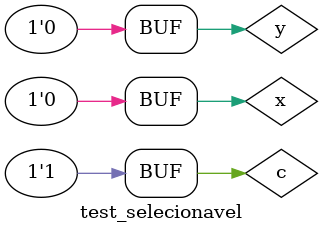
<source format=v>
 
	module selecionavel(output [0:0]saida_and, output [0:0]saida_or, output [1:0]saida, output [0:0]s, output [0:0]saida_not, input [0:0]entrada01, input [0:0]entrada02, input [0:0]chave);
	//---AND
		and AND1(saida_and[0], entrada01[0], entrada02[0]);
			//---OR
		or OR1(saida_or[0], entrada01[0], entrada02[0]);
			//---AND
		and AND5(saida[0], saida_and[0], chave[0]);
			//---NOT	 
		not NOT1(saida_not[0], chave[0]);
	//---AND 
		and AND9(saida[1], saida_or[0], saida_not[0]);
			//---OR 
		or OR5(s[0], saida[0], saida[1]);
			
	endmodule //selecionavel

// ------------------------- 
// -- test f4
// -------------------------
	 module test_selecionavel;
// ------------------------- definir dados
    reg  [0:0] x;
	 reg  [0:0] y;
	 reg  [0:0] c;
	 
	 wire [0:0] w;
	 wire [0:0] k;
	 wire [1:0] z;
	 wire [0:0] m;
	 wire [0:0] g;

    selecionavel modulo (w, k, z, m, g, x, y, c);

// ------------------------- parte principal
	 initial begin
		$display("Exemplo0032 - Fernando dos Santos Silva - 414506");
		$display("Test LU's module:\n");
      #1 x = 1'b0; y = 1'b1; c = 0;
		$monitor("\tChave = %1b\n x = %1b  y = %1b  Saída ==> %1b\n", c, x, y, m);
		#1 x = 1'b0; y = 1'b1; c = 1;		
		#1 x = 1'b1; y = 1'b0; c = 0;
		#1 x = 1'b0; y = 1'b0; c = 1;		
			 end
	endmodule // test_f4
</source>
